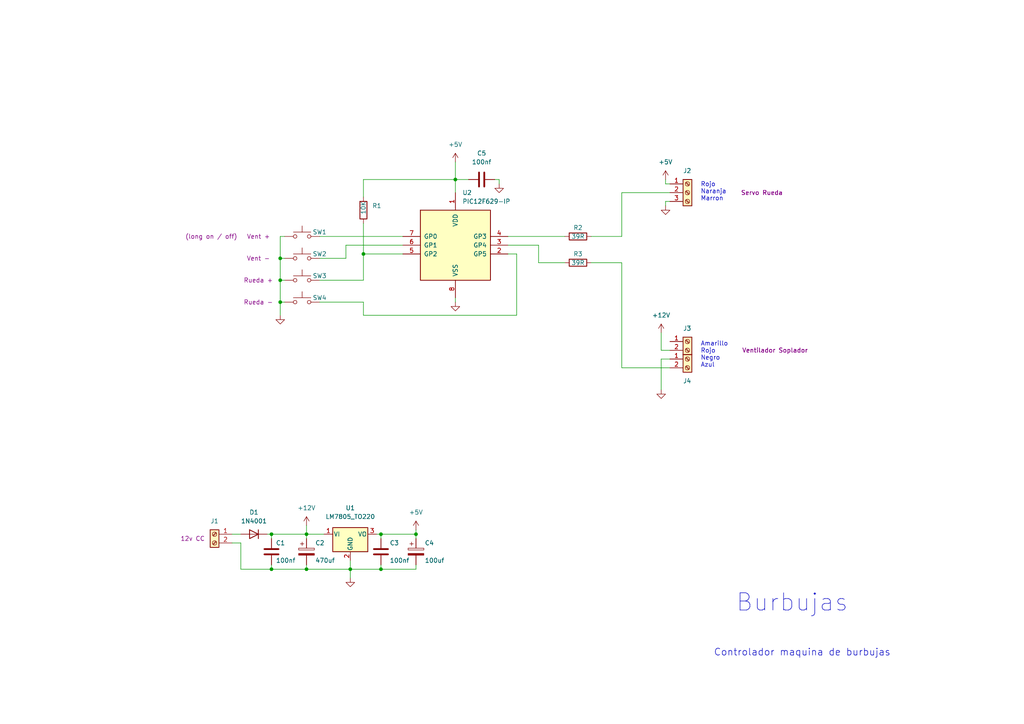
<source format=kicad_sch>
(kicad_sch (version 20211123) (generator eeschema)
  (paper "A4")
  (lib_symbols
    (symbol "Connector:Screw_Terminal_01x02" (pin_names (offset 1.016) hide)
      (property "Reference" "J" (at 0 2.54 0))
      (property "Value" "Screw_Terminal_01x02" (at 0 -5.08 0))
      (symbol "Screw_Terminal_01x02_1_1"
        (rectangle (start -1.27 1.27) (end 1.27 -3.81) (stroke (width 0.254)) (fill (type background)))
        (circle (center 0 -2.54) (radius 0.635) (stroke (width 0.1524)))
        (polyline (pts (xy -0.5334 -2.2098) (xy 0.3302 -3.048)) (stroke (width 0.1524)))
        (polyline (pts (xy -0.5334 0.3302) (xy 0.3302 -0.508)) (stroke (width 0.1524)))
        (polyline (pts (xy -0.3556 -2.032) (xy 0.508 -2.8702)) (stroke (width 0.1524)))
        (polyline (pts (xy -0.3556 0.508) (xy 0.508 -0.3302)) (stroke (width 0.1524)))
        (circle (center 0 0) (radius 0.635) (stroke (width 0.1524)))
        (pin passive line (at -5.08 0 0) (length 3.81) (name "Pin_1") (number "1"))
        (pin passive line (at -5.08 -2.54 0) (length 3.81) (name "Pin_2") (number "2"))
      )
    )
    (symbol "Connector:Screw_Terminal_01x03" (pin_names (offset 1.016) hide)
      (property "Reference" "J" (at 0 5.08 0))
      (property "Value" "Screw_Terminal_01x03" (at 0 -5.08 0))
      (symbol "Screw_Terminal_01x03_1_1"
        (rectangle (start -1.27 3.81) (end 1.27 -3.81) (stroke (width 0.254)) (fill (type background)))
        (circle (center 0 -2.54) (radius 0.635) (stroke (width 0.1524)))
        (polyline (pts (xy -0.5334 -2.2098) (xy 0.3302 -3.048)) (stroke (width 0.1524)))
        (polyline (pts (xy -0.5334 0.3302) (xy 0.3302 -0.508)) (stroke (width 0.1524)))
        (polyline (pts (xy -0.5334 2.8702) (xy 0.3302 2.032)) (stroke (width 0.1524)))
        (polyline (pts (xy -0.3556 -2.032) (xy 0.508 -2.8702)) (stroke (width 0.1524)))
        (polyline (pts (xy -0.3556 0.508) (xy 0.508 -0.3302)) (stroke (width 0.1524)))
        (polyline (pts (xy -0.3556 3.048) (xy 0.508 2.2098)) (stroke (width 0.1524)))
        (circle (center 0 0) (radius 0.635) (stroke (width 0.1524)))
        (circle (center 0 2.54) (radius 0.635) (stroke (width 0.1524)))
        (pin passive line (at -5.08 2.54 0) (length 3.81) (name "Pin_1") (number "1"))
        (pin passive line (at -5.08 0 0) (length 3.81) (name "Pin_2") (number "2"))
        (pin passive line (at -5.08 -2.54 0) (length 3.81) (name "Pin_3") (number "3"))
      )
    )
    (symbol "Device:C" (pin_numbers hide) (pin_names (offset 0.254))
      (property "Reference" "C" (at 0.635 2.54 0))
      (property "Value" "C" (at 0.635 -2.54 0))
      (symbol "C_0_1"
        (polyline (pts (xy -2.032 -0.762) (xy 2.032 -0.762)) (stroke (width 0.508)))
        (polyline (pts (xy -2.032 0.762) (xy 2.032 0.762)) (stroke (width 0.508)))
      )
      (symbol "C_1_1"
        (pin passive line (at 0 3.81 270) (length 2.794) (name "~") (number "1"))
        (pin passive line (at 0 -3.81 90) (length 2.794) (name "~") (number "2"))
      )
    )
    (symbol "Device:C_Polarized" (pin_numbers hide) (pin_names (offset 0.254))
      (property "Reference" "C" (at 0.635 2.54 0))
      (property "Value" "C_Polarized" (at 0.635 -2.54 0))
      (symbol "C_Polarized_0_1"
        (rectangle (start -2.286 0.508) (end 2.286 1.016))
        (polyline (pts (xy -1.778 2.286) (xy -0.762 2.286)))
        (polyline (pts (xy -1.27 2.794) (xy -1.27 1.778)))
        (rectangle (start 2.286 -0.508) (end -2.286 -1.016) (fill (type outline)))
      )
      (symbol "C_Polarized_1_1"
        (pin passive line (at 0 3.81 270) (length 2.794) (name "~") (number "1"))
        (pin passive line (at 0 -3.81 90) (length 2.794) (name "~") (number "2"))
      )
    )
    (symbol "Device:D" (pin_numbers hide) (pin_names (offset 1.016) hide)
      (property "Reference" "D" (at 0 2.54 0))
      (property "Value" "D" (at 0 -2.54 0))
      (symbol "D_0_1"
        (polyline (pts (xy -1.27 1.27) (xy -1.27 -1.27)) (stroke (width 0.254)))
        (polyline (pts (xy 1.27 0) (xy -1.27 0)))
        (polyline (pts (xy 1.27 1.27) (xy 1.27 -1.27) (xy -1.27 0) (xy 1.27 1.27)) (stroke (width 0.254)))
      )
      (symbol "D_1_1"
        (pin passive line (at -3.81 0 0) (length 2.54) (name "K") (number "1"))
        (pin passive line (at 3.81 0 180) (length 2.54) (name "A") (number "2"))
      )
    )
    (symbol "Device:R" (pin_numbers hide) (pin_names (offset 0))
      (property "Reference" "R" (at 2.032 0 90))
      (property "Value" "R" (at 0 0 90))
      (symbol "R_0_1"
        (rectangle (start -1.016 -2.54) (end 1.016 2.54) (stroke (width 0.254)))
      )
      (symbol "R_1_1"
        (pin passive line (at 0 3.81 270) (length 1.27) (name "~") (number "1"))
        (pin passive line (at 0 -3.81 90) (length 1.27) (name "~") (number "2"))
      )
    )
    (symbol "MCU_Microchip_PIC12:PIC12F629-IP" (pin_names (offset 1.016))
      (property "Reference" "U" (at 1.27 13.97 0))
      (property "Value" "PIC12F629-IP" (at 1.27 11.43 0))
      (symbol "PIC12F629-IP_0_1"
        (rectangle (start 10.16 -10.16) (end -10.16 10.16) (stroke (width 0.254)) (fill (type background)))
      )
      (symbol "PIC12F629-IP_1_1"
        (pin power_in line (at 0 15.24 270) (length 5.08) (name "VDD") (number "1"))
        (pin bidirectional line (at 15.24 -2.54 180) (length 5.08) (name "GP5") (number "2"))
        (pin bidirectional line (at 15.24 0 180) (length 5.08) (name "GP4") (number "3"))
        (pin input line (at 15.24 2.54 180) (length 5.08) (name "GP3") (number "4"))
        (pin bidirectional line (at -15.24 -2.54 0) (length 5.08) (name "GP2") (number "5"))
        (pin bidirectional line (at -15.24 0 0) (length 5.08) (name "GP1") (number "6"))
        (pin bidirectional line (at -15.24 2.54 0) (length 5.08) (name "GP0") (number "7"))
        (pin power_in line (at 0 -15.24 90) (length 5.08) (name "VSS") (number "8"))
      )
    )
    (symbol "Regulator_Linear:LM7805_TO220" (pin_names (offset 0.254))
      (property "Reference" "U" (at -3.81 3.175 0))
      (property "Value" "LM7805_TO220" (at 0 3.175 0))
      (symbol "LM7805_TO220_0_1"
        (rectangle (start -5.08 1.905) (end 5.08 -5.08) (stroke (width 0.254)) (fill (type background)))
      )
      (symbol "LM7805_TO220_1_1"
        (pin power_in line (at -7.62 0 0) (length 2.54) (name "VI") (number "1"))
        (pin power_in line (at 0 -7.62 90) (length 2.54) (name "GND") (number "2"))
        (pin power_out line (at 7.62 0 180) (length 2.54) (name "VO") (number "3"))
      )
    )
    (symbol "Switch:SW_Push" (pin_numbers hide) (pin_names (offset 1.016) hide)
      (property "Reference" "SW" (at 1.27 2.54 0))
      (property "Value" "SW_Push" (at 0 -1.524 0))
      (symbol "SW_Push_0_1"
        (circle (center -2.032 0) (radius 0.508))
        (polyline (pts (xy 0 1.27) (xy 0 3.048)))
        (polyline (pts (xy 2.54 1.27) (xy -2.54 1.27)))
        (circle (center 2.032 0) (radius 0.508))
        (pin passive line (at -5.08 0 0) (length 2.54) (name "1") (number "1"))
        (pin passive line (at 5.08 0 180) (length 2.54) (name "2") (number "2"))
      )
    )
    (symbol "power:+12V" (power) (pin_names (offset 0))
      (property "Value" "+12V" (at 0 3.556 0))
      (symbol "+12V_0_1"
        (polyline (pts (xy -0.762 1.27) (xy 0 2.54)))
        (polyline (pts (xy 0 0) (xy 0 2.54)))
        (polyline (pts (xy 0 2.54) (xy 0.762 1.27)))
      )
      (symbol "+12V_1_1"
        (pin power_in line (at 0 0 90) (length 0) hide (name "+12V") (number "1"))
      )
    )
    (symbol "power:+5V" (power) (pin_names (offset 0))
      (property "Value" "+5V" (at 0 3.556 0))
      (symbol "+5V_0_1"
        (polyline (pts (xy -0.762 1.27) (xy 0 2.54)))
        (polyline (pts (xy 0 0) (xy 0 2.54)))
        (polyline (pts (xy 0 2.54) (xy 0.762 1.27)))
      )
      (symbol "+5V_1_1"
        (pin power_in line (at 0 0 90) (length 0) hide (name "+5V") (number "1"))
      )
    )
    (symbol "power:GND" (power) (pin_names (offset 0))
      (property "Value" "GND" (at 0 -3.81 0))
      (symbol "GND_0_1"
        (polyline (pts (xy 0 0) (xy 0 -1.27) (xy 1.27 -1.27) (xy 0 -2.54) (xy -1.27 -1.27) (xy 0 -1.27)))
      )
      (symbol "GND_1_1"
        (pin power_in line (at 0 0 270) (length 0) hide (name "GND") (number "1"))
      )
    )
  )
  (junction (at 88.9 165.1))
  (junction (at 88.9 154.94))
  (junction (at 110.49 154.94))
  (junction (at 81.28 87.63))
  (junction (at 110.49 165.1))
  (junction (at 105.41 73.66))
  (junction (at 120.65 154.94))
  (junction (at 81.28 81.28))
  (junction (at 81.28 74.93))
  (junction (at 78.74 165.1))
  (junction (at 78.74 154.94))
  (junction (at 101.6 165.1))
  (junction (at 132.08 52.07))
  (wire (pts (xy 144.78 52.07) (xy 144.78 53.34)))
  (wire (pts (xy 69.85 165.1) (xy 78.74 165.1)))
  (wire (pts (xy 194.31 58.42) (xy 193.04 58.42)))
  (wire (pts (xy 81.28 87.63) (xy 81.28 91.44)))
  (wire (pts (xy 132.08 86.36) (xy 132.08 87.63)))
  (wire (pts (xy 180.34 55.88) (xy 194.31 55.88)))
  (wire (pts (xy 191.77 104.14) (xy 191.77 113.03)))
  (wire (pts (xy 101.6 162.56) (xy 101.6 165.1)))
  (wire (pts (xy 81.28 87.63) (xy 82.55 87.63)))
  (wire (pts (xy 81.28 74.93) (xy 81.28 81.28)))
  (wire (pts (xy 101.6 165.1) (xy 110.49 165.1)))
  (wire (pts (xy 81.28 81.28) (xy 81.28 87.63)))
  (wire (pts (xy 120.65 165.1) (xy 120.65 163.83)))
  (wire (pts (xy 78.74 165.1) (xy 88.9 165.1)))
  (wire (pts (xy 180.34 76.2) (xy 180.34 106.68)))
  (wire (pts (xy 92.71 68.58) (xy 116.84 68.58)))
  (wire (pts (xy 92.71 87.63) (xy 105.41 87.63)))
  (wire (pts (xy 194.31 104.14) (xy 191.77 104.14)))
  (wire (pts (xy 88.9 152.4) (xy 88.9 154.94)))
  (wire (pts (xy 105.41 87.63) (xy 105.41 91.44)))
  (wire (pts (xy 105.41 57.15) (xy 105.41 52.07)))
  (wire (pts (xy 132.08 52.07) (xy 132.08 55.88)))
  (wire (pts (xy 147.32 73.66) (xy 149.86 73.66)))
  (wire (pts (xy 110.49 165.1) (xy 120.65 165.1)))
  (wire (pts (xy 82.55 68.58) (xy 81.28 68.58)))
  (wire (pts (xy 171.45 68.58) (xy 180.34 68.58)))
  (wire (pts (xy 110.49 154.94) (xy 110.49 156.21)))
  (wire (pts (xy 180.34 68.58) (xy 180.34 55.88)))
  (wire (pts (xy 100.33 71.12) (xy 100.33 74.93)))
  (wire (pts (xy 194.31 53.34) (xy 193.04 53.34)))
  (wire (pts (xy 105.41 81.28) (xy 92.71 81.28)))
  (wire (pts (xy 193.04 53.34) (xy 193.04 52.07)))
  (wire (pts (xy 171.45 76.2) (xy 180.34 76.2)))
  (wire (pts (xy 77.47 154.94) (xy 78.74 154.94)))
  (wire (pts (xy 105.41 64.77) (xy 105.41 73.66)))
  (wire (pts (xy 67.31 157.48) (xy 69.85 157.48)))
  (wire (pts (xy 105.41 73.66) (xy 105.41 81.28)))
  (wire (pts (xy 116.84 71.12) (xy 100.33 71.12)))
  (wire (pts (xy 67.31 154.94) (xy 69.85 154.94)))
  (wire (pts (xy 105.41 52.07) (xy 132.08 52.07)))
  (wire (pts (xy 88.9 163.83) (xy 88.9 165.1)))
  (wire (pts (xy 88.9 154.94) (xy 93.98 154.94)))
  (wire (pts (xy 110.49 154.94) (xy 120.65 154.94)))
  (wire (pts (xy 132.08 52.07) (xy 135.89 52.07)))
  (wire (pts (xy 100.33 74.93) (xy 92.71 74.93)))
  (wire (pts (xy 78.74 154.94) (xy 88.9 154.94)))
  (wire (pts (xy 120.65 154.94) (xy 120.65 156.21)))
  (wire (pts (xy 180.34 106.68) (xy 194.31 106.68)))
  (wire (pts (xy 88.9 154.94) (xy 88.9 156.21)))
  (wire (pts (xy 147.32 71.12) (xy 156.21 71.12)))
  (wire (pts (xy 149.86 91.44) (xy 105.41 91.44)))
  (wire (pts (xy 78.74 154.94) (xy 78.74 156.21)))
  (wire (pts (xy 147.32 68.58) (xy 163.83 68.58)))
  (wire (pts (xy 156.21 71.12) (xy 156.21 76.2)))
  (wire (pts (xy 156.21 76.2) (xy 163.83 76.2)))
  (wire (pts (xy 120.65 154.94) (xy 120.65 153.67)))
  (wire (pts (xy 101.6 165.1) (xy 101.6 167.64)))
  (wire (pts (xy 191.77 101.6) (xy 191.77 96.52)))
  (wire (pts (xy 116.84 73.66) (xy 105.41 73.66)))
  (wire (pts (xy 88.9 165.1) (xy 101.6 165.1)))
  (wire (pts (xy 69.85 157.48) (xy 69.85 165.1)))
  (wire (pts (xy 132.08 46.99) (xy 132.08 52.07)))
  (wire (pts (xy 149.86 73.66) (xy 149.86 91.44)))
  (wire (pts (xy 193.04 58.42) (xy 193.04 59.69)))
  (wire (pts (xy 78.74 163.83) (xy 78.74 165.1)))
  (wire (pts (xy 81.28 81.28) (xy 82.55 81.28)))
  (wire (pts (xy 81.28 68.58) (xy 81.28 74.93)))
  (wire (pts (xy 81.28 74.93) (xy 82.55 74.93)))
  (wire (pts (xy 194.31 101.6) (xy 191.77 101.6)))
  (wire (pts (xy 110.49 163.83) (xy 110.49 165.1)))
  (wire (pts (xy 143.51 52.07) (xy 144.78 52.07)))
  (wire (pts (xy 109.22 154.94) (xy 110.49 154.94)))
  (text "Burbujas" (at 213.36 177.8 0) (effects (font (size 5 5)) (justify left bottom)))
  (text "Amarillo\nRojo\nNegro\nAzul" (at 203.2 106.68 0) (effects (font (size 1.27 1.27)) (justify left bottom)))
  (text "Rojo\nNaranja\nMarron" (at 203.2 58.42 0) (effects (font (size 1.27 1.27)) (justify left bottom)))
  (text "Controlador maquina de burbujas" (at 207.01 190.5 0) (effects (font (size 2 2)) (justify left bottom)))
  (symbol (lib_id "power:+12V") (at 191.77 96.52 0) (unit 1)
    (property "Reference" "#PWR08" (effects hide))
    (property "Value" "+12V" (at 191.77 91.44 0))
  )
  (symbol (lib_id "Switch:SW_Push") (at 87.63 81.28 0) (unit 1)
    (property "Reference" "SW3" (at 92.71 80.01 0))
    (property "Value" "tact switch" (effects hide))
    (property "Label" "Rueda +" (at 74.93 81.28 0))
  )
  (symbol (lib_id "Connector:Screw_Terminal_01x03") (at 199.39 55.88 0) (unit 1)
    (property "Reference" "J2" (at 198.12 49.53 0) (effects (justify left)))
    (property "Value" "Bornera x 3" (effects hide))
    (property "Label" "Servo Rueda" (at 220.98 55.88 0))
  )
  (symbol (lib_id "Device:C_Polarized") (at 88.9 160.02 0) (unit 1)
    (property "Reference" "C2" (at 91.44 157.48 0) (effects (justify left)))
    (property "Value" "470uf" (at 91.44 162.56 0) (effects (justify left)))
  )
  (symbol (lib_id "Device:R") (at 167.64 68.58 90) (unit 1)
    (property "Reference" "R2" (at 167.64 66.04 90))
    (property "Value" "39R" (at 167.64 68.58 90))
  )
  (symbol (lib_id "Device:C_Polarized") (at 120.65 160.02 0) (unit 1)
    (property "Reference" "C4" (at 123.19 157.48 0) (effects (justify left)))
    (property "Value" "100uf" (at 123.19 162.56 0) (effects (justify left)))
  )
  (symbol (lib_id "Regulator_Linear:LM7805_TO220") (at 101.6 154.94 0) (unit 1)
    (property "Reference" "U1" (at 101.6 147.32 0))
    (property "Value" "LM7805_TO220" (at 101.6 149.86 0))
    (property "Footprint" "Package_TO_SOT_THT:TO-220-3_Vertical" (effects hide))
    (property "Datasheet" "https://www.onsemi.cn/PowerSolutions/document/MC7800-D.PDF" (effects hide))
  )
  (symbol (lib_id "power:+12V") (at 88.9 152.4 0) (unit 1)
    (property "Reference" "#PWR02" (effects hide))
    (property "Value" "+12V" (at 88.9 147.32 0))
  )
  (symbol (lib_id "power:GND") (at 144.78 53.34 0) (unit 1)
    (property "Reference" "#PWR07" (effects hide))
    (property "Value" "GND" (effects hide))
  )
  (symbol (lib_id "power:GND") (at 191.77 113.03 0) (unit 1)
    (property "Reference" "#PWR09" (effects hide))
    (property "Value" "GND" (effects hide))
  )
  (symbol (lib_id "Device:R") (at 167.64 76.2 90) (unit 1)
    (property "Reference" "R3" (at 167.64 73.66 90))
    (property "Value" "39R" (at 167.64 76.2 90))
  )
  (symbol (lib_id "power:GND") (at 81.28 91.44 0) (unit 1)
    (property "Reference" "#PWR01" (effects hide))
    (property "Value" "GND" (effects hide))
  )
  (symbol (lib_id "Switch:SW_Push") (at 87.63 68.58 0) (unit 1)
    (property "Reference" "SW1" (at 92.71 67.31 0))
    (property "Value" "tact switch" (effects hide))
    (property "Label" "(long on / off)   Vent +" (at 66.04 68.58 0))
  )
  (symbol (lib_id "Connector:Screw_Terminal_01x02") (at 199.39 104.14 0) (unit 1)
    (property "Reference" "J4" (at 198.12 110.49 0) (effects (justify left)))
    (property "Value" "Bornera x 2" (effects hide))
    (property "Label" "Ventilador Soplador" (at 224.79 101.6 0))
  )
  (symbol (lib_id "Device:D") (at 73.66 154.94 0) (mirror y) (unit 1)
    (property "Reference" "D1" (at 73.66 148.59 0))
    (property "Value" "1N4001" (at 73.66 151.13 0))
  )
  (symbol (lib_id "Connector:Screw_Terminal_01x02") (at 199.39 99.06 0) (unit 1)
    (property "Reference" "J3" (at 198.12 95.25 0) (effects (justify left)))
    (property "Value" "Bornera x 2" (effects hide))
  )
  (symbol (lib_id "Device:C") (at 110.49 160.02 0) (unit 1)
    (property "Reference" "C3" (at 113.03 157.48 0) (effects (justify left)))
    (property "Value" "100nf" (at 113.03 162.56 0) (effects (justify left)))
  )
  (symbol (lib_id "Device:R") (at 105.41 60.96 0) (unit 1)
    (property "Reference" "R1" (at 107.95 59.6899 0) (effects (justify left)))
    (property "Value" "10K" (at 105.41 62.23 90) (effects (justify left)))
  )
  (symbol (lib_id "power:+5V") (at 132.08 46.99 0) (unit 1)
    (property "Reference" "#PWR05" (effects hide))
    (property "Value" "+5V" (at 132.08 41.91 0))
  )
  (symbol (lib_id "power:GND") (at 101.6 167.64 0) (unit 1)
    (property "Reference" "#PWR03" (effects hide))
    (property "Value" "GND" (effects hide))
  )
  (symbol (lib_id "Device:C") (at 78.74 160.02 0) (unit 1)
    (property "Reference" "C1" (at 80.01 157.48 0) (effects (justify left)))
    (property "Value" "100nf" (at 80.01 162.56 0) (effects (justify left)))
  )
  (symbol (lib_id "Connector:Screw_Terminal_01x02") (at 62.23 154.94 0) (mirror y) (unit 1)
    (property "Reference" "J1" (at 62.23 151.13 0))
    (property "Value" "Bornera x 2" (effects hide))
    (property "Label" "12v CC" (at 55.88 156.21 0))
  )
  (symbol (lib_id "Switch:SW_Push") (at 87.63 74.93 0) (unit 1)
    (property "Reference" "SW2" (at 92.71 73.66 0))
    (property "Value" "tact switch" (effects hide))
    (property "Label" "Vent -" (at 74.93 74.93 0))
  )
  (symbol (lib_id "Device:C") (at 139.7 52.07 90) (unit 1)
    (property "Reference" "C5" (at 139.7 44.45 90))
    (property "Value" "100nf" (at 139.7 46.99 90))
  )
  (symbol (lib_id "power:GND") (at 193.04 59.69 0) (unit 1)
    (property "Reference" "#PWR011" (effects hide))
    (property "Value" "GND" (effects hide))
  )
  (symbol (lib_id "MCU_Microchip_PIC12:PIC12F629-IP") (at 132.08 71.12 0) (unit 1)
    (property "Reference" "U2" (at 134.0994 55.88 0) (effects (justify left)))
    (property "Value" "PIC12F629-IP" (at 134.0994 58.42 0) (effects (justify left)))
    (property "Footprint" "Package_DIP:DIP-8_W7.62mm" (effects hide))
    (property "Datasheet" "http://ww1.microchip.com/downloads/en/DeviceDoc/41190G.pdf" (effects hide))
  )
  (symbol (lib_id "power:+5V") (at 120.65 153.67 0) (unit 1)
    (property "Reference" "#PWR04" (effects hide))
    (property "Value" "+5V" (at 120.65 148.59 0))
  )
  (symbol (lib_id "power:+5V") (at 193.04 52.07 0) (unit 1)
    (property "Reference" "#PWR010" (effects hide))
    (property "Value" "+5V" (at 193.04 46.99 0))
  )
  (symbol (lib_id "Switch:SW_Push") (at 87.63 87.63 0) (unit 1)
    (property "Reference" "SW4" (at 92.71 86.36 0))
    (property "Value" "tact switch" (effects hide))
    (property "Label" "Rueda -" (at 74.93 87.63 0))
  )
  (symbol (lib_id "power:GND") (at 132.08 87.63 0) (unit 1)
    (property "Reference" "#PWR06" (effects hide))
    (property "Value" "GND" (effects hide))
  )
)
</source>
